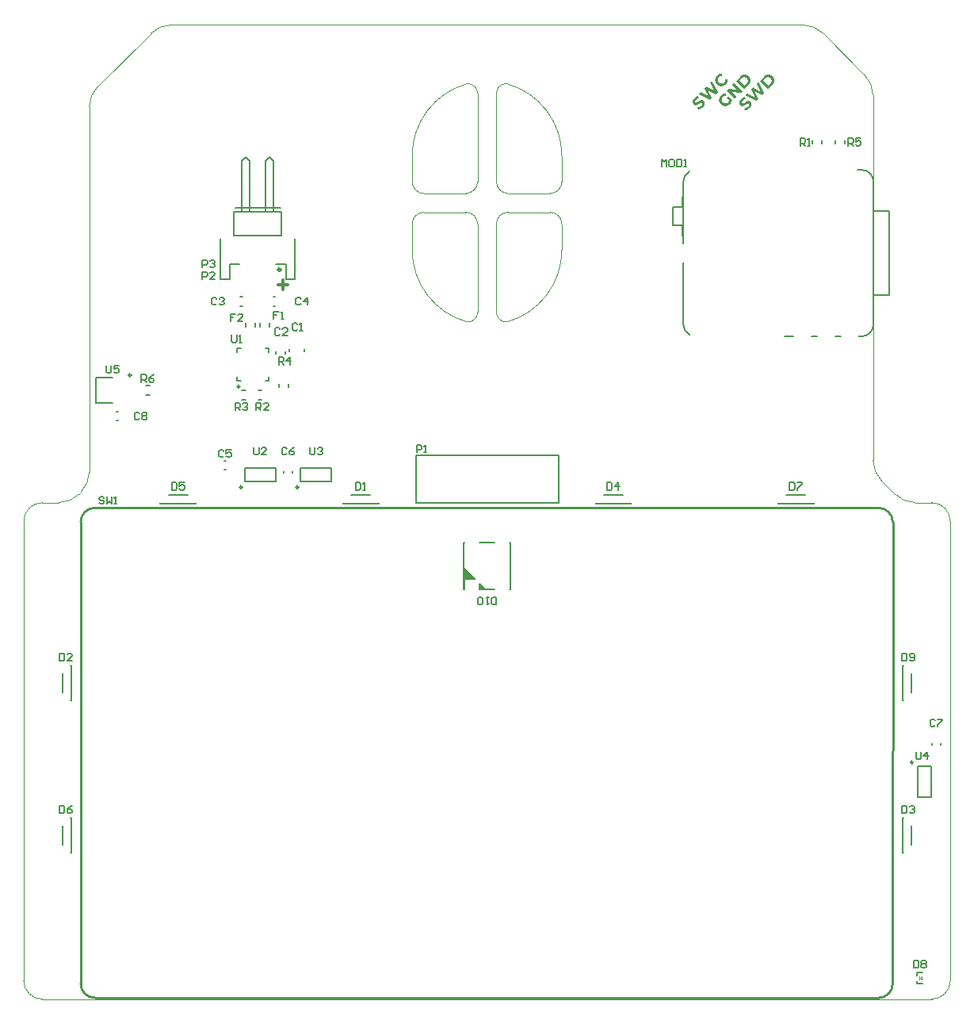
<source format=gto>
G04*
G04 #@! TF.GenerationSoftware,Altium Limited,Altium Designer,24.2.2 (26)*
G04*
G04 Layer_Color=65535*
%FSLAX25Y25*%
%MOIN*%
G70*
G04*
G04 #@! TF.SameCoordinates,414444BF-B964-4898-950E-571982E1B149*
G04*
G04*
G04 #@! TF.FilePolarity,Positive*
G04*
G01*
G75*
%ADD10C,0.01181*%
%ADD11C,0.00984*%
%ADD12C,0.01000*%
%ADD13C,0.00787*%
%ADD14C,0.00787*%
%ADD15C,0.00591*%
%ADD16C,0.00394*%
G36*
X-5118Y-20276D02*
X-9843Y-15551D01*
Y-20276D01*
X-5118D01*
D02*
G37*
G36*
X-3150Y-22244D02*
Y-24606D01*
X-787D01*
X-3150Y-22244D01*
D02*
G37*
G36*
X108551Y191675D02*
X108669Y191666D01*
X108789Y191649D01*
X108911Y191624D01*
X108917D01*
X108940Y191614D01*
X108972Y191608D01*
X109020Y191592D01*
X109078Y191572D01*
X109142Y191546D01*
X109216Y191518D01*
X109297Y191482D01*
X109384Y191440D01*
X109477Y191392D01*
X109574Y191334D01*
X109673Y191273D01*
X109776Y191202D01*
X109879Y191125D01*
X109979Y191038D01*
X110079Y190945D01*
X110085Y190938D01*
X110101Y190922D01*
X110130Y190893D01*
X110166Y190852D01*
X110207Y190803D01*
X110256Y190742D01*
X110307Y190678D01*
X110365Y190601D01*
X110423Y190517D01*
X110478Y190424D01*
X110536Y190327D01*
X110590Y190227D01*
X110642Y190118D01*
X110690Y190005D01*
X110729Y189890D01*
X110764Y189770D01*
Y189764D01*
X110767Y189742D01*
X110777Y189706D01*
X110783Y189661D01*
X110793Y189600D01*
X110799Y189536D01*
X110809Y189455D01*
X110812Y189368D01*
X110816Y189275D01*
Y189172D01*
X110809Y189063D01*
X110796Y188953D01*
X110783Y188838D01*
X110761Y188718D01*
X110732Y188593D01*
X110693Y188471D01*
X110690Y188461D01*
X110684Y188442D01*
X110668Y188406D01*
X110651Y188358D01*
X110626Y188300D01*
X110590Y188233D01*
X110555Y188152D01*
X110510Y188069D01*
X110458Y187978D01*
X110400Y187882D01*
X110336Y187779D01*
X110262Y187673D01*
X110185Y187563D01*
X110095Y187454D01*
X109998Y187345D01*
X109895Y187235D01*
X108293Y185633D01*
X104767Y189159D01*
X106424Y190816D01*
X106469Y190855D01*
X106524Y190903D01*
X106588Y190954D01*
X106659Y191012D01*
X106742Y191077D01*
X106829Y191144D01*
X106926Y191209D01*
X107026Y191276D01*
X107135Y191341D01*
X107247Y191402D01*
X107363Y191460D01*
X107486Y191511D01*
X107608Y191556D01*
X107617Y191559D01*
X107637Y191566D01*
X107672Y191576D01*
X107724Y191588D01*
X107782Y191601D01*
X107849Y191617D01*
X107930Y191633D01*
X108016Y191649D01*
X108113Y191662D01*
X108216Y191669D01*
X108322Y191678D01*
X108438D01*
X108551Y191675D01*
D02*
G37*
G36*
X107460Y184800D02*
X106791Y184131D01*
X102891Y184510D01*
X105031Y182371D01*
X104223Y181563D01*
X100697Y185089D01*
X101373Y185765D01*
X105269Y185376D01*
X103126Y187518D01*
X103934Y188326D01*
X107460Y184800D01*
D02*
G37*
G36*
X100559Y183851D02*
X100517Y182844D01*
X100485D01*
X100443Y182840D01*
X100388Y182837D01*
X100321Y182834D01*
X100243Y182821D01*
X100160Y182808D01*
X100063Y182789D01*
X99963Y182760D01*
X99861Y182728D01*
X99748Y182686D01*
X99638Y182634D01*
X99529Y182577D01*
X99420Y182506D01*
X99313Y182425D01*
X99211Y182329D01*
X99178Y182297D01*
X99156Y182268D01*
X99127Y182239D01*
X99095Y182200D01*
X99063Y182155D01*
X99024Y182110D01*
X98950Y181998D01*
X98876Y181872D01*
X98805Y181737D01*
X98776Y181663D01*
X98751Y181586D01*
X98747Y181582D01*
X98744Y181566D01*
X98738Y181547D01*
X98734Y181518D01*
X98725Y181483D01*
X98718Y181438D01*
X98702Y181338D01*
X98693Y181212D01*
Y181077D01*
X98709Y180932D01*
X98738Y180781D01*
X98741Y180778D01*
X98744Y180762D01*
X98751Y180743D01*
X98760Y180714D01*
X98776Y180678D01*
X98792Y180637D01*
X98812Y180591D01*
X98837Y180540D01*
X98863Y180482D01*
X98895Y180424D01*
X98931Y180363D01*
X98972Y180302D01*
X99069Y180173D01*
X99124Y180112D01*
X99182Y180048D01*
X99185Y180044D01*
X99198Y180032D01*
X99214Y180016D01*
X99239Y179996D01*
X99269Y179967D01*
X99304Y179938D01*
X99349Y179906D01*
X99397Y179871D01*
X99503Y179797D01*
X99629Y179723D01*
X99764Y179658D01*
X99838Y179630D01*
X99912Y179607D01*
X99918D01*
X99928Y179604D01*
X99954Y179597D01*
X99980Y179591D01*
X100018Y179585D01*
X100063Y179578D01*
X100166Y179565D01*
X100288Y179559D01*
X100424Y179565D01*
X100572Y179578D01*
X100723Y179613D01*
X100726Y179617D01*
X100742Y179620D01*
X100761Y179626D01*
X100790Y179636D01*
X100826Y179652D01*
X100867Y179668D01*
X100916Y179691D01*
X100964Y179713D01*
X101019Y179742D01*
X101080Y179778D01*
X101141Y179813D01*
X101202Y179855D01*
X101331Y179951D01*
X101392Y180006D01*
X101456Y180064D01*
X101492Y180099D01*
X101514Y180128D01*
X101543Y180157D01*
X101572Y180199D01*
X101611Y180244D01*
X101649Y180296D01*
X101691Y180350D01*
X101726Y180411D01*
X101810Y180546D01*
X101881Y180694D01*
X101910Y180768D01*
X101939Y180849D01*
X100906Y181882D01*
X101653Y182628D01*
X103084Y181196D01*
Y181190D01*
X103081Y181174D01*
X103075Y181148D01*
X103068Y181109D01*
X103062Y181064D01*
X103049Y181013D01*
X103033Y180952D01*
X103017Y180884D01*
X102994Y180810D01*
X102972Y180730D01*
X102943Y180649D01*
X102914Y180562D01*
X102878Y180476D01*
X102840Y180386D01*
X102750Y180199D01*
X102746Y180196D01*
X102737Y180180D01*
X102721Y180151D01*
X102701Y180119D01*
X102676Y180073D01*
X102647Y180025D01*
X102608Y179967D01*
X102569Y179909D01*
X102524Y179839D01*
X102476Y179771D01*
X102421Y179697D01*
X102364Y179626D01*
X102238Y179475D01*
X102103Y179327D01*
X102077Y179301D01*
X102045Y179276D01*
X102006Y179237D01*
X101955Y179192D01*
X101894Y179144D01*
X101823Y179086D01*
X101746Y179028D01*
X101656Y178963D01*
X101562Y178902D01*
X101463Y178835D01*
X101356Y178774D01*
X101244Y178719D01*
X101128Y178661D01*
X101009Y178613D01*
X100884Y178571D01*
X100874Y178568D01*
X100855Y178561D01*
X100816Y178555D01*
X100771Y178542D01*
X100707Y178529D01*
X100636Y178516D01*
X100555Y178500D01*
X100465Y178487D01*
X100366Y178478D01*
X100263Y178471D01*
X100153Y178465D01*
X100037D01*
X99918Y178474D01*
X99799Y178484D01*
X99671Y178503D01*
X99548Y178529D01*
X99539Y178532D01*
X99519Y178539D01*
X99484Y178549D01*
X99436Y178565D01*
X99378Y178584D01*
X99310Y178613D01*
X99233Y178645D01*
X99153Y178680D01*
X99059Y178722D01*
X98963Y178774D01*
X98866Y178832D01*
X98767Y178893D01*
X98664Y178963D01*
X98558Y179044D01*
X98458Y179131D01*
X98358Y179224D01*
X98352Y179230D01*
X98335Y179247D01*
X98310Y179279D01*
X98274Y179314D01*
X98229Y179366D01*
X98184Y179424D01*
X98129Y179491D01*
X98078Y179568D01*
X98020Y179652D01*
X97962Y179742D01*
X97904Y179839D01*
X97850Y179945D01*
X97795Y180051D01*
X97750Y180167D01*
X97702Y180286D01*
X97670Y180408D01*
X97666Y180418D01*
X97663Y180440D01*
X97653Y180476D01*
X97647Y180521D01*
X97637Y180582D01*
X97628Y180656D01*
X97618Y180736D01*
X97612Y180826D01*
X97608Y180926D01*
Y181029D01*
Y181138D01*
X97618Y181257D01*
X97628Y181377D01*
X97647Y181499D01*
X97676Y181624D01*
X97711Y181750D01*
X97715Y181759D01*
X97721Y181779D01*
X97734Y181817D01*
X97753Y181862D01*
X97776Y181923D01*
X97808Y181994D01*
X97843Y182075D01*
X97885Y182162D01*
X97936Y182252D01*
X97988Y182348D01*
X98052Y182451D01*
X98120Y182557D01*
X98200Y182663D01*
X98281Y182770D01*
X98374Y182876D01*
X98474Y182982D01*
X98519Y183027D01*
X98558Y183059D01*
X98596Y183098D01*
X98651Y183140D01*
X98709Y183191D01*
X98773Y183243D01*
X98847Y183297D01*
X98924Y183355D01*
X99095Y183468D01*
X99182Y183522D01*
X99278Y183574D01*
X99375Y183625D01*
X99474Y183667D01*
X99481D01*
X99497Y183677D01*
X99526Y183687D01*
X99568Y183703D01*
X99616Y183719D01*
X99671Y183735D01*
X99735Y183754D01*
X99809Y183777D01*
X99889Y183793D01*
X99973Y183812D01*
X100063Y183825D01*
X100156Y183841D01*
X100253Y183847D01*
X100356Y183854D01*
X100456Y183857D01*
X100559Y183851D01*
D02*
G37*
G36*
X118547Y191672D02*
X118666Y191662D01*
X118785Y191646D01*
X118908Y191621D01*
X118914D01*
X118937Y191611D01*
X118969Y191604D01*
X119017Y191588D01*
X119075Y191569D01*
X119139Y191543D01*
X119213Y191514D01*
X119294Y191479D01*
X119381Y191437D01*
X119474Y191389D01*
X119570Y191331D01*
X119670Y191270D01*
X119773Y191199D01*
X119876Y191122D01*
X119976Y191035D01*
X120076Y190942D01*
X120082Y190935D01*
X120098Y190919D01*
X120127Y190890D01*
X120162Y190848D01*
X120204Y190800D01*
X120253Y190739D01*
X120304Y190675D01*
X120362Y190597D01*
X120420Y190514D01*
X120475Y190420D01*
X120532Y190324D01*
X120587Y190224D01*
X120639Y190115D01*
X120687Y190002D01*
X120725Y189886D01*
X120761Y189767D01*
Y189761D01*
X120764Y189738D01*
X120774Y189703D01*
X120780Y189658D01*
X120790Y189597D01*
X120796Y189532D01*
X120806Y189452D01*
X120809Y189365D01*
X120812Y189272D01*
Y189169D01*
X120806Y189059D01*
X120793Y188950D01*
X120780Y188834D01*
X120758Y188715D01*
X120729Y188590D01*
X120690Y188468D01*
X120687Y188458D01*
X120680Y188439D01*
X120664Y188403D01*
X120648Y188355D01*
X120623Y188297D01*
X120587Y188229D01*
X120552Y188149D01*
X120507Y188065D01*
X120455Y187975D01*
X120397Y187879D01*
X120333Y187776D01*
X120259Y187670D01*
X120182Y187560D01*
X120092Y187451D01*
X119995Y187341D01*
X119892Y187232D01*
X118290Y185630D01*
X114764Y189156D01*
X116421Y190813D01*
X116466Y190852D01*
X116520Y190900D01*
X116585Y190951D01*
X116656Y191009D01*
X116739Y191074D01*
X116826Y191141D01*
X116922Y191206D01*
X117022Y191273D01*
X117132Y191337D01*
X117244Y191399D01*
X117360Y191456D01*
X117482Y191508D01*
X117605Y191553D01*
X117614Y191556D01*
X117634Y191563D01*
X117669Y191572D01*
X117720Y191585D01*
X117778Y191598D01*
X117846Y191614D01*
X117926Y191630D01*
X118013Y191646D01*
X118110Y191659D01*
X118213Y191666D01*
X118319Y191675D01*
X118435D01*
X118547Y191672D01*
D02*
G37*
G36*
X116610Y183950D02*
X115732Y183072D01*
X112569Y184684D01*
X114156Y181496D01*
X113284Y180624D01*
X108599Y182992D01*
X109445Y183838D01*
X112721Y182152D01*
X111073Y185466D01*
X111829Y186222D01*
X115134Y184526D01*
X113458Y187850D01*
X114236Y188628D01*
X116610Y183950D01*
D02*
G37*
G36*
X108815Y181463D02*
X108805Y181460D01*
X108779Y181454D01*
X108741Y181441D01*
X108689Y181422D01*
X108622Y181399D01*
X108548Y181370D01*
X108464Y181338D01*
X108374Y181299D01*
X108274Y181251D01*
X108175Y181203D01*
X108072Y181145D01*
X107966Y181084D01*
X107859Y181010D01*
X107760Y180936D01*
X107657Y180852D01*
X107563Y180765D01*
X107531Y180733D01*
X107512Y180707D01*
X107483Y180678D01*
X107451Y180640D01*
X107419Y180601D01*
X107383Y180559D01*
X107316Y180460D01*
X107251Y180357D01*
X107196Y180251D01*
X107180Y180196D01*
X107168Y180144D01*
X107164Y180141D01*
X107168Y180131D01*
X107161Y180099D01*
Y180048D01*
X107164Y179987D01*
X107174Y179913D01*
X107196Y179839D01*
X107235Y179761D01*
X107264Y179726D01*
X107293Y179691D01*
X107296Y179687D01*
X107299Y179684D01*
X107309Y179674D01*
X107325Y179665D01*
X107364Y179639D01*
X107419Y179610D01*
X107486Y179588D01*
X107525Y179581D01*
X107566Y179578D01*
X107612D01*
X107657Y179585D01*
X107705Y179594D01*
X107756Y179607D01*
X107760Y179610D01*
X107769Y179613D01*
X107785Y179617D01*
X107808Y179626D01*
X107834Y179639D01*
X107869Y179655D01*
X107908Y179674D01*
X107956Y179697D01*
X108004Y179720D01*
X108062Y179752D01*
X108120Y179784D01*
X108187Y179819D01*
X108258Y179864D01*
X108335Y179909D01*
X108416Y179958D01*
X108503Y180012D01*
X108506Y180016D01*
X108525Y180028D01*
X108551Y180041D01*
X108586Y180064D01*
X108632Y180090D01*
X108680Y180119D01*
X108738Y180151D01*
X108799Y180186D01*
X108931Y180260D01*
X109075Y180341D01*
X109220Y180414D01*
X109288Y180450D01*
X109355Y180479D01*
X109359Y180482D01*
X109371Y180489D01*
X109391Y180495D01*
X109416Y180501D01*
X109449Y180514D01*
X109487Y180527D01*
X109581Y180556D01*
X109693Y180585D01*
X109819Y180608D01*
X109954Y180620D01*
X110099Y180617D01*
X110118D01*
X110137Y180611D01*
X110166Y180608D01*
X110198Y180601D01*
X110240Y180591D01*
X110288Y180582D01*
X110340Y180562D01*
X110391Y180543D01*
X110452Y180521D01*
X110517Y180489D01*
X110578Y180453D01*
X110645Y180411D01*
X110710Y180366D01*
X110774Y180308D01*
X110842Y180247D01*
X110845Y180244D01*
X110855Y180234D01*
X110871Y180218D01*
X110890Y180192D01*
X110913Y180164D01*
X110942Y180128D01*
X110974Y180090D01*
X111003Y180041D01*
X111067Y179938D01*
X111131Y179816D01*
X111160Y179748D01*
X111186Y179678D01*
X111205Y179601D01*
X111225Y179523D01*
Y179517D01*
X111228Y179507D01*
X111231Y179485D01*
X111234Y179449D01*
X111238Y179414D01*
X111241Y179366D01*
Y179314D01*
Y179256D01*
X111238Y179189D01*
X111234Y179121D01*
X111225Y179047D01*
X111212Y178970D01*
X111196Y178890D01*
X111173Y178803D01*
X111144Y178716D01*
X111112Y178626D01*
X111109Y178622D01*
X111102Y178603D01*
X111090Y178577D01*
X111073Y178542D01*
X111051Y178500D01*
X111025Y178449D01*
X110993Y178391D01*
X110954Y178326D01*
X110913Y178252D01*
X110864Y178179D01*
X110810Y178098D01*
X110745Y178014D01*
X110678Y177927D01*
X110604Y177841D01*
X110523Y177754D01*
X110436Y177661D01*
X110395Y177619D01*
X110362Y177593D01*
X110324Y177554D01*
X110275Y177513D01*
X110224Y177468D01*
X110166Y177416D01*
X110099Y177361D01*
X110028Y177303D01*
X109954Y177249D01*
X109873Y177188D01*
X109700Y177072D01*
X109516Y176959D01*
X109513Y176956D01*
X109494Y176950D01*
X109465Y176933D01*
X109433Y176914D01*
X109388Y176895D01*
X109336Y176869D01*
X109278Y176843D01*
X109211Y176814D01*
X109069Y176756D01*
X108915Y176705D01*
X108754Y176660D01*
X108670Y176641D01*
X108593Y176628D01*
X108255Y177519D01*
X108262D01*
X108271Y177522D01*
X108294Y177525D01*
X108326Y177532D01*
X108358Y177538D01*
X108403Y177551D01*
X108451Y177561D01*
X108506Y177577D01*
X108564Y177590D01*
X108625Y177612D01*
X108693Y177635D01*
X108763Y177661D01*
X108911Y177718D01*
X109066Y177789D01*
X109069Y177792D01*
X109082Y177799D01*
X109108Y177812D01*
X109137Y177828D01*
X109169Y177847D01*
X109214Y177873D01*
X109262Y177902D01*
X109310Y177937D01*
X109365Y177973D01*
X109423Y178011D01*
X109545Y178101D01*
X109671Y178201D01*
X109790Y178314D01*
X109822Y178346D01*
X109844Y178375D01*
X109873Y178404D01*
X109902Y178439D01*
X109934Y178478D01*
X109973Y178523D01*
X110044Y178619D01*
X110108Y178722D01*
X110166Y178825D01*
X110189Y178880D01*
X110202Y178931D01*
X110205Y178935D01*
X110202Y178944D01*
X110208Y178976D01*
X110211Y179025D01*
Y179089D01*
X110202Y179163D01*
X110182Y179234D01*
X110147Y179308D01*
X110121Y179340D01*
X110092Y179375D01*
X110086Y179382D01*
X110070Y179398D01*
X110041Y179414D01*
X110005Y179437D01*
X109960Y179456D01*
X109909Y179475D01*
X109848Y179485D01*
X109777D01*
X109754Y179481D01*
X109716Y179475D01*
X109667Y179465D01*
X109613Y179449D01*
X109545Y179427D01*
X109474Y179401D01*
X109400Y179366D01*
X109397Y179362D01*
X109391D01*
X109378Y179356D01*
X109362Y179346D01*
X109343Y179333D01*
X109320Y179324D01*
X109259Y179288D01*
X109178Y179247D01*
X109088Y179195D01*
X108989Y179134D01*
X108873Y179063D01*
X108870Y179060D01*
X108850Y179047D01*
X108825Y179034D01*
X108789Y179012D01*
X108744Y178986D01*
X108696Y178957D01*
X108641Y178922D01*
X108580Y178886D01*
X108445Y178809D01*
X108303Y178732D01*
X108159Y178658D01*
X108091Y178622D01*
X108020Y178590D01*
X108017Y178587D01*
X108007Y178584D01*
X107985Y178574D01*
X107959Y178568D01*
X107927Y178555D01*
X107888Y178542D01*
X107795Y178513D01*
X107686Y178487D01*
X107557Y178468D01*
X107422Y178455D01*
X107267D01*
X107258Y178458D01*
X107235Y178462D01*
X107206Y178465D01*
X107171Y178474D01*
X107129Y178484D01*
X107084Y178497D01*
X107032Y178516D01*
X106974Y178536D01*
X106917Y178561D01*
X106855Y178590D01*
X106791Y178629D01*
X106724Y178671D01*
X106656Y178719D01*
X106592Y178777D01*
X106524Y178838D01*
X106521Y178841D01*
X106511Y178851D01*
X106495Y178867D01*
X106476Y178893D01*
X106450Y178925D01*
X106424Y178957D01*
X106389Y178999D01*
X106360Y179047D01*
X106296Y179150D01*
X106228Y179276D01*
X106202Y179340D01*
X106177Y179411D01*
X106154Y179485D01*
X106135Y179562D01*
Y179568D01*
X106132Y179578D01*
X106128Y179607D01*
X106125Y179636D01*
X106122Y179671D01*
X106119Y179720D01*
X106115Y179774D01*
Y179832D01*
X106119Y179893D01*
X106125Y179964D01*
X106132Y180041D01*
X106144Y180119D01*
X106160Y180199D01*
X106180Y180283D01*
X106209Y180369D01*
X106241Y180460D01*
Y180466D01*
X106251Y180482D01*
X106263Y180508D01*
X106280Y180543D01*
X106302Y180585D01*
X106328Y180637D01*
X106360Y180694D01*
X106395Y180762D01*
X106437Y180830D01*
X106489Y180907D01*
X106543Y180987D01*
X106605Y181068D01*
X106672Y181155D01*
X106746Y181241D01*
X106823Y181332D01*
X106971Y181480D01*
X107003Y181505D01*
X107042Y181544D01*
X107084Y181579D01*
X107132Y181621D01*
X107184Y181666D01*
X107242Y181711D01*
X107370Y181808D01*
X107509Y181907D01*
X107653Y182001D01*
X107657Y182004D01*
X107673Y182014D01*
X107695Y182023D01*
X107724Y182039D01*
X107760Y182062D01*
X107801Y182084D01*
X107850Y182107D01*
X107904Y182136D01*
X108027Y182187D01*
X108162Y182245D01*
X108303Y182297D01*
X108451Y182335D01*
X108815Y181463D01*
D02*
G37*
G36*
X98879Y192139D02*
X98837Y191131D01*
X98830D01*
X98801Y191135D01*
X98763D01*
X98708Y191131D01*
X98641Y191128D01*
X98563Y191122D01*
X98480Y191109D01*
X98386Y191093D01*
X98287Y191070D01*
X98181Y191041D01*
X98074Y191000D01*
X97965Y190954D01*
X97856Y190897D01*
X97743Y190829D01*
X97637Y190749D01*
X97537Y190655D01*
X97505Y190623D01*
X97486Y190597D01*
X97457Y190568D01*
X97428Y190533D01*
X97395Y190488D01*
X97360Y190440D01*
X97286Y190334D01*
X97212Y190208D01*
X97148Y190073D01*
X97119Y189999D01*
X97096Y189925D01*
X97093Y189922D01*
Y189909D01*
X97087Y189883D01*
X97080Y189857D01*
X97074Y189819D01*
X97067Y189780D01*
X97054Y189677D01*
X97048Y189555D01*
Y189420D01*
X97064Y189275D01*
X97096Y189127D01*
X97100Y189124D01*
X97103Y189108D01*
X97109Y189088D01*
X97119Y189059D01*
X97135Y189024D01*
X97151Y188982D01*
X97170Y188937D01*
X97196Y188886D01*
X97219Y188831D01*
X97251Y188773D01*
X97286Y188712D01*
X97328Y188651D01*
X97421Y188525D01*
X97476Y188464D01*
X97534Y188400D01*
X97537Y188397D01*
X97550Y188384D01*
X97566Y188368D01*
X97592Y188348D01*
X97621Y188320D01*
X97656Y188291D01*
X97701Y188258D01*
X97749Y188223D01*
X97856Y188149D01*
X97981Y188075D01*
X98116Y188011D01*
X98190Y187982D01*
X98264Y187959D01*
X98271D01*
X98280Y187956D01*
X98306Y187950D01*
X98332Y187943D01*
X98370Y187937D01*
X98412Y187927D01*
X98515Y187914D01*
X98637Y187908D01*
X98769Y187911D01*
X98917Y187924D01*
X99065Y187956D01*
X99068Y187959D01*
X99085Y187962D01*
X99104Y187969D01*
X99133Y187978D01*
X99168Y187995D01*
X99210Y188011D01*
X99255Y188030D01*
X99307Y188056D01*
X99361Y188085D01*
X99419Y188117D01*
X99480Y188152D01*
X99541Y188194D01*
X99667Y188287D01*
X99728Y188342D01*
X99792Y188400D01*
X99815Y188423D01*
X99841Y188455D01*
X99876Y188496D01*
X99915Y188548D01*
X99957Y188609D01*
X100002Y188680D01*
X100050Y188760D01*
X100098Y188854D01*
X100140Y188953D01*
X100182Y189059D01*
X100214Y189175D01*
X100240Y189298D01*
X100259Y189426D01*
X100269Y189565D01*
X100262Y189706D01*
X101272Y189745D01*
Y189738D01*
Y189719D01*
X101276Y189690D01*
X101279Y189648D01*
Y189597D01*
Y189539D01*
X101276Y189471D01*
X101272Y189397D01*
X101266Y189320D01*
X101256Y189233D01*
X101243Y189143D01*
X101224Y189047D01*
X101205Y188950D01*
X101179Y188854D01*
X101147Y188751D01*
X101111Y188651D01*
Y188645D01*
X101102Y188628D01*
X101086Y188599D01*
X101073Y188561D01*
X101047Y188516D01*
X101018Y188461D01*
X100986Y188397D01*
X100947Y188332D01*
X100902Y188255D01*
X100854Y188181D01*
X100799Y188094D01*
X100738Y188014D01*
X100671Y187927D01*
X100600Y187837D01*
X100520Y187750D01*
X100439Y187663D01*
X100417Y187641D01*
X100384Y187615D01*
X100346Y187576D01*
X100294Y187531D01*
X100233Y187483D01*
X100166Y187428D01*
X100088Y187370D01*
X100002Y187309D01*
X99908Y187248D01*
X99812Y187184D01*
X99705Y187123D01*
X99590Y187065D01*
X99477Y187010D01*
X99358Y186962D01*
X99233Y186920D01*
X99223Y186917D01*
X99204Y186910D01*
X99165Y186904D01*
X99120Y186891D01*
X99056Y186878D01*
X98985Y186865D01*
X98908Y186852D01*
X98818Y186840D01*
X98718Y186830D01*
X98615Y186823D01*
X98506Y186817D01*
X98390D01*
X98271Y186827D01*
X98152Y186836D01*
X98023Y186856D01*
X97901Y186881D01*
X97891Y186885D01*
X97872Y186891D01*
X97836Y186901D01*
X97788Y186917D01*
X97730Y186936D01*
X97663Y186965D01*
X97585Y186997D01*
X97505Y187033D01*
X97412Y187074D01*
X97315Y187126D01*
X97219Y187184D01*
X97119Y187245D01*
X97016Y187316D01*
X96910Y187396D01*
X96810Y187483D01*
X96710Y187576D01*
X96704Y187583D01*
X96688Y187599D01*
X96662Y187631D01*
X96627Y187666D01*
X96582Y187718D01*
X96536Y187776D01*
X96482Y187843D01*
X96430Y187921D01*
X96372Y188004D01*
X96315Y188094D01*
X96257Y188191D01*
X96202Y188297D01*
X96147Y188403D01*
X96102Y188519D01*
X96054Y188638D01*
X96022Y188760D01*
X96018Y188770D01*
X96015Y188793D01*
X96006Y188828D01*
X95999Y188873D01*
X95990Y188934D01*
X95980Y189008D01*
X95970Y189088D01*
X95964Y189179D01*
X95957Y189275D01*
Y189378D01*
X95961Y189491D01*
X95967Y189606D01*
X95977Y189725D01*
X95996Y189848D01*
X96022Y189970D01*
X96057Y190095D01*
X96060Y190105D01*
X96067Y190124D01*
X96080Y190163D01*
X96099Y190208D01*
X96121Y190269D01*
X96150Y190337D01*
X96183Y190414D01*
X96224Y190501D01*
X96276Y190591D01*
X96327Y190688D01*
X96389Y190787D01*
X96456Y190893D01*
X96533Y190996D01*
X96614Y191103D01*
X96707Y191209D01*
X96803Y191312D01*
X96848Y191357D01*
X96884Y191386D01*
X96922Y191424D01*
X96977Y191466D01*
X97032Y191514D01*
X97096Y191566D01*
X97170Y191621D01*
X97244Y191675D01*
X97412Y191785D01*
X97505Y191839D01*
X97595Y191891D01*
X97692Y191936D01*
X97791Y191978D01*
X97798D01*
X97814Y191987D01*
X97843Y191997D01*
X97881Y192010D01*
X97930Y192026D01*
X97991Y192042D01*
X98052Y192058D01*
X98126Y192074D01*
X98203Y192094D01*
X98290Y192110D01*
X98380Y192122D01*
X98473Y192132D01*
X98573Y192142D01*
X98673Y192145D01*
X98776D01*
X98879Y192139D01*
D02*
G37*
G36*
X97013Y184353D02*
X96134Y183474D01*
X92972Y185086D01*
X94558Y181898D01*
X93686Y181026D01*
X89002Y183394D01*
X89848Y184240D01*
X93123Y182554D01*
X91476Y185868D01*
X92232Y186624D01*
X95536Y184929D01*
X93860Y188252D01*
X94638Y189031D01*
X97013Y184353D01*
D02*
G37*
G36*
X89217Y181866D02*
X89207Y181862D01*
X89182Y181856D01*
X89143Y181843D01*
X89091Y181824D01*
X89024Y181801D01*
X88950Y181772D01*
X88866Y181740D01*
X88776Y181702D01*
X88677Y181653D01*
X88577Y181605D01*
X88474Y181547D01*
X88368Y181486D01*
X88261Y181412D01*
X88162Y181338D01*
X88059Y181254D01*
X87966Y181167D01*
X87933Y181135D01*
X87914Y181109D01*
X87885Y181080D01*
X87853Y181042D01*
X87821Y181003D01*
X87785Y180962D01*
X87718Y180862D01*
X87653Y180759D01*
X87599Y180653D01*
X87583Y180598D01*
X87570Y180546D01*
X87567Y180543D01*
X87570Y180534D01*
X87563Y180501D01*
Y180450D01*
X87567Y180389D01*
X87576Y180315D01*
X87599Y180241D01*
X87637Y180164D01*
X87666Y180128D01*
X87695Y180093D01*
X87698Y180090D01*
X87702Y180086D01*
X87711Y180077D01*
X87727Y180067D01*
X87766Y180041D01*
X87821Y180012D01*
X87888Y179990D01*
X87927Y179983D01*
X87969Y179980D01*
X88014D01*
X88059Y179987D01*
X88107Y179996D01*
X88159Y180009D01*
X88162Y180012D01*
X88171Y180016D01*
X88187Y180019D01*
X88210Y180028D01*
X88236Y180041D01*
X88271Y180057D01*
X88310Y180077D01*
X88358Y180099D01*
X88406Y180122D01*
X88464Y180154D01*
X88522Y180186D01*
X88590Y180221D01*
X88660Y180266D01*
X88738Y180312D01*
X88818Y180360D01*
X88905Y180414D01*
X88908Y180418D01*
X88928Y180431D01*
X88953Y180444D01*
X88989Y180466D01*
X89034Y180492D01*
X89082Y180521D01*
X89140Y180553D01*
X89201Y180588D01*
X89333Y180662D01*
X89478Y180743D01*
X89622Y180817D01*
X89690Y180852D01*
X89758Y180881D01*
X89761Y180884D01*
X89774Y180891D01*
X89793Y180897D01*
X89819Y180904D01*
X89851Y180917D01*
X89889Y180929D01*
X89983Y180958D01*
X90095Y180987D01*
X90221Y181010D01*
X90356Y181023D01*
X90501Y181019D01*
X90520D01*
X90539Y181013D01*
X90568Y181010D01*
X90601Y181003D01*
X90642Y180994D01*
X90691Y180984D01*
X90742Y180965D01*
X90794Y180945D01*
X90855Y180923D01*
X90919Y180891D01*
X90980Y180855D01*
X91048Y180814D01*
X91112Y180769D01*
X91176Y180710D01*
X91244Y180649D01*
X91247Y180646D01*
X91257Y180637D01*
X91273Y180621D01*
X91292Y180595D01*
X91315Y180566D01*
X91344Y180530D01*
X91376Y180492D01*
X91405Y180444D01*
X91469Y180341D01*
X91533Y180218D01*
X91562Y180151D01*
X91588Y180080D01*
X91607Y180003D01*
X91627Y179926D01*
Y179919D01*
X91630Y179909D01*
X91633Y179887D01*
X91637Y179851D01*
X91640Y179816D01*
X91643Y179768D01*
Y179716D01*
Y179658D01*
X91640Y179591D01*
X91637Y179523D01*
X91627Y179449D01*
X91614Y179372D01*
X91598Y179292D01*
X91575Y179205D01*
X91546Y179118D01*
X91514Y179028D01*
X91511Y179025D01*
X91505Y179005D01*
X91492Y178980D01*
X91476Y178944D01*
X91453Y178902D01*
X91427Y178851D01*
X91395Y178793D01*
X91357Y178729D01*
X91315Y178655D01*
X91267Y178581D01*
X91212Y178500D01*
X91147Y178417D01*
X91080Y178330D01*
X91006Y178243D01*
X90925Y178156D01*
X90839Y178063D01*
X90797Y178021D01*
X90765Y177995D01*
X90726Y177956D01*
X90678Y177915D01*
X90626Y177870D01*
X90568Y177818D01*
X90501Y177763D01*
X90430Y177706D01*
X90356Y177651D01*
X90276Y177590D01*
X90102Y177474D01*
X89918Y177361D01*
X89915Y177358D01*
X89896Y177352D01*
X89867Y177336D01*
X89835Y177316D01*
X89790Y177297D01*
X89738Y177271D01*
X89680Y177245D01*
X89613Y177216D01*
X89471Y177159D01*
X89317Y177107D01*
X89156Y177062D01*
X89072Y177043D01*
X88995Y177030D01*
X88657Y177921D01*
X88664D01*
X88673Y177924D01*
X88696Y177927D01*
X88728Y177934D01*
X88760Y177940D01*
X88805Y177953D01*
X88854Y177963D01*
X88908Y177979D01*
X88966Y177992D01*
X89027Y178014D01*
X89095Y178037D01*
X89166Y178063D01*
X89314Y178121D01*
X89468Y178191D01*
X89471Y178195D01*
X89484Y178201D01*
X89510Y178214D01*
X89539Y178230D01*
X89571Y178249D01*
X89616Y178275D01*
X89664Y178304D01*
X89713Y178339D01*
X89767Y178375D01*
X89825Y178413D01*
X89947Y178503D01*
X90073Y178603D01*
X90192Y178716D01*
X90224Y178748D01*
X90247Y178777D01*
X90276Y178806D01*
X90304Y178841D01*
X90337Y178880D01*
X90375Y178925D01*
X90446Y179021D01*
X90510Y179124D01*
X90568Y179227D01*
X90591Y179282D01*
X90604Y179333D01*
X90607Y179337D01*
X90604Y179346D01*
X90610Y179379D01*
X90613Y179427D01*
Y179491D01*
X90604Y179565D01*
X90584Y179636D01*
X90549Y179710D01*
X90523Y179742D01*
X90494Y179778D01*
X90488Y179784D01*
X90472Y179800D01*
X90443Y179816D01*
X90407Y179839D01*
X90362Y179858D01*
X90311Y179877D01*
X90250Y179887D01*
X90179D01*
X90157Y179884D01*
X90118Y179877D01*
X90070Y179868D01*
X90015Y179851D01*
X89947Y179829D01*
X89877Y179803D01*
X89803Y179768D01*
X89799Y179765D01*
X89793D01*
X89780Y179758D01*
X89764Y179749D01*
X89745Y179736D01*
X89722Y179726D01*
X89661Y179691D01*
X89581Y179649D01*
X89490Y179597D01*
X89391Y179536D01*
X89275Y179465D01*
X89272Y179462D01*
X89252Y179449D01*
X89227Y179437D01*
X89191Y179414D01*
X89146Y179388D01*
X89098Y179359D01*
X89043Y179324D01*
X88982Y179288D01*
X88847Y179211D01*
X88705Y179134D01*
X88561Y179060D01*
X88493Y179025D01*
X88422Y178992D01*
X88419Y178989D01*
X88410Y178986D01*
X88387Y178976D01*
X88361Y178970D01*
X88329Y178957D01*
X88290Y178944D01*
X88197Y178915D01*
X88088Y178890D01*
X87959Y178870D01*
X87824Y178857D01*
X87669D01*
X87660Y178861D01*
X87637Y178864D01*
X87608Y178867D01*
X87573Y178877D01*
X87531Y178886D01*
X87486Y178899D01*
X87435Y178919D01*
X87377Y178938D01*
X87319Y178963D01*
X87258Y178992D01*
X87193Y179031D01*
X87126Y179073D01*
X87058Y179121D01*
X86994Y179179D01*
X86926Y179240D01*
X86923Y179243D01*
X86913Y179253D01*
X86897Y179269D01*
X86878Y179295D01*
X86852Y179327D01*
X86826Y179359D01*
X86791Y179401D01*
X86762Y179449D01*
X86698Y179552D01*
X86630Y179678D01*
X86604Y179742D01*
X86579Y179813D01*
X86556Y179887D01*
X86537Y179964D01*
Y179971D01*
X86534Y179980D01*
X86531Y180009D01*
X86527Y180038D01*
X86524Y180073D01*
X86521Y180122D01*
X86518Y180176D01*
Y180234D01*
X86521Y180296D01*
X86527Y180366D01*
X86534Y180444D01*
X86547Y180521D01*
X86563Y180601D01*
X86582Y180685D01*
X86611Y180772D01*
X86643Y180862D01*
Y180868D01*
X86653Y180884D01*
X86666Y180910D01*
X86682Y180945D01*
X86704Y180987D01*
X86730Y181039D01*
X86762Y181097D01*
X86798Y181164D01*
X86839Y181232D01*
X86891Y181309D01*
X86946Y181389D01*
X87007Y181470D01*
X87074Y181557D01*
X87148Y181644D01*
X87226Y181734D01*
X87374Y181882D01*
X87406Y181907D01*
X87444Y181946D01*
X87486Y181981D01*
X87534Y182023D01*
X87586Y182068D01*
X87644Y182113D01*
X87772Y182210D01*
X87911Y182309D01*
X88056Y182403D01*
X88059Y182406D01*
X88075Y182416D01*
X88097Y182425D01*
X88126Y182441D01*
X88162Y182464D01*
X88204Y182486D01*
X88252Y182509D01*
X88306Y182538D01*
X88429Y182589D01*
X88564Y182647D01*
X88705Y182699D01*
X88854Y182738D01*
X89217Y181866D01*
D02*
G37*
%LPC*%
G36*
X108142Y190597D02*
X108116D01*
X108081Y190594D01*
X108039Y190585D01*
X107984Y190575D01*
X107920Y190562D01*
X107849Y190543D01*
X107772Y190523D01*
X107685Y190495D01*
X107595Y190456D01*
X107498Y190411D01*
X107402Y190359D01*
X107302Y190298D01*
X107202Y190224D01*
X107103Y190144D01*
X107003Y190050D01*
X106256Y189304D01*
X108441Y187119D01*
X109210Y187888D01*
X109236Y187921D01*
X109271Y187956D01*
X109310Y188007D01*
X109355Y188065D01*
X109403Y188133D01*
X109455Y188204D01*
X109506Y188287D01*
X109554Y188374D01*
X109599Y188471D01*
X109644Y188567D01*
X109677Y188670D01*
X109709Y188780D01*
X109728Y188889D01*
X109738Y189002D01*
Y189008D01*
Y189027D01*
X109734Y189063D01*
X109731Y189105D01*
X109728Y189159D01*
X109718Y189220D01*
X109702Y189294D01*
X109683Y189372D01*
X109657Y189455D01*
X109628Y189542D01*
X109587Y189635D01*
X109541Y189732D01*
X109484Y189829D01*
X109419Y189925D01*
X109342Y190022D01*
X109252Y190118D01*
X109246Y190124D01*
X109229Y190140D01*
X109200Y190163D01*
X109165Y190199D01*
X109117Y190234D01*
X109062Y190276D01*
X108998Y190321D01*
X108927Y190366D01*
X108846Y190414D01*
X108760Y190456D01*
X108669Y190495D01*
X108573Y190533D01*
X108470Y190559D01*
X108364Y190581D01*
X108255Y190594D01*
X108142Y190597D01*
D02*
G37*
G36*
X118139Y190594D02*
X118113D01*
X118078Y190591D01*
X118036Y190581D01*
X117981Y190572D01*
X117917Y190559D01*
X117846Y190540D01*
X117769Y190520D01*
X117682Y190491D01*
X117592Y190453D01*
X117495Y190408D01*
X117399Y190356D01*
X117299Y190295D01*
X117199Y190221D01*
X117099Y190140D01*
X117000Y190047D01*
X116253Y189301D01*
X118438Y187116D01*
X119207Y187885D01*
X119233Y187917D01*
X119268Y187953D01*
X119307Y188004D01*
X119352Y188062D01*
X119400Y188130D01*
X119451Y188200D01*
X119503Y188284D01*
X119551Y188371D01*
X119596Y188468D01*
X119641Y188564D01*
X119673Y188667D01*
X119705Y188776D01*
X119725Y188886D01*
X119735Y188998D01*
Y189005D01*
Y189024D01*
X119731Y189059D01*
X119728Y189101D01*
X119725Y189156D01*
X119715Y189217D01*
X119699Y189291D01*
X119680Y189368D01*
X119654Y189452D01*
X119625Y189539D01*
X119583Y189632D01*
X119538Y189729D01*
X119480Y189825D01*
X119416Y189922D01*
X119339Y190018D01*
X119249Y190115D01*
X119242Y190121D01*
X119226Y190137D01*
X119197Y190160D01*
X119162Y190195D01*
X119114Y190231D01*
X119059Y190272D01*
X118994Y190317D01*
X118924Y190363D01*
X118843Y190411D01*
X118756Y190453D01*
X118666Y190491D01*
X118570Y190530D01*
X118467Y190556D01*
X118361Y190578D01*
X118251Y190591D01*
X118139Y190594D01*
D02*
G37*
%LPD*%
D10*
X-86845Y109744D02*
G03*
X-86845Y109744I-557J0D01*
G01*
X-87887Y103462D02*
X-83951D01*
X-85919Y105430D02*
Y101494D01*
D11*
X-149705Y65354D02*
G03*
X-149705Y65354I-492J0D01*
G01*
X179232Y-97342D02*
G03*
X179232Y-97342I-492J0D01*
G01*
X-79331Y18307D02*
G03*
X-79331Y18307I-492J0D01*
G01*
X-102953D02*
G03*
X-102953Y18307I-492J0D01*
G01*
X-104035Y60630D02*
G03*
X-104035Y60630I-492J0D01*
G01*
D12*
X164730Y-196300D02*
G03*
X170635Y-190395I0J5906D01*
G01*
X-164995Y9605D02*
G03*
X-170900Y3700I0J-5906D01*
G01*
X170635Y3700D02*
G03*
X164730Y9605I-5906J0D01*
G01*
X-170871Y-190395D02*
G03*
X-164965Y-196300I5906J0D01*
G01*
X-164995Y9605D02*
X164730D01*
X-164965Y-196300D02*
X164730D01*
X170635Y-190395D02*
X170665Y3700D01*
X-170900D02*
X-170871Y-190395D01*
D13*
X85145Y151072D02*
G03*
X82559Y146693I2414J-4378D01*
G01*
Y86693D02*
G03*
X85145Y82314I5000J0D01*
G01*
X162559Y146693D02*
G03*
X157559Y151693I-5000J0D01*
G01*
X157559Y81693D02*
G03*
X162559Y86693I0J5000D01*
G01*
X-93123Y155349D02*
X-91457Y157016D01*
X-101457D02*
X-99790Y155349D01*
X-103123D02*
X-101457Y157016D01*
X-91457D02*
X-89790Y155349D01*
X-106457Y124016D02*
X-86457Y124016D01*
Y134016D01*
X-106457Y124016D02*
X-106457Y134016D01*
X-86457Y134016D01*
X-89790Y134116D02*
Y155349D01*
X-93123Y134016D02*
Y155349D01*
X-99790Y134116D02*
Y155349D01*
X-103123D02*
X-103123Y134116D01*
X-164528Y64272D02*
X-157638D01*
X-164528Y53839D02*
Y64272D01*
Y53839D02*
X-157638Y53839D01*
X-178445Y-68012D02*
Y-59941D01*
X-175098Y-56496D02*
X-174902D01*
Y-71457D02*
Y-56496D01*
X-175098Y-71457D02*
X-174902D01*
X-178445Y-131988D02*
Y-123917D01*
X-175098Y-120473D02*
X-174902D01*
Y-135433D02*
Y-120473D01*
X-175098Y-135433D02*
X-174902D01*
X178445Y-131988D02*
Y-123917D01*
X174902Y-135433D02*
X175098D01*
X174902D02*
Y-120473D01*
X175098D01*
X178445Y-68012D02*
Y-59941D01*
X174902Y-71457D02*
X175098D01*
X174902D02*
Y-56496D01*
X175098D01*
X181299Y-111811D02*
Y-98819D01*
X186811Y-111811D02*
Y-98819D01*
X181299D02*
X186811D01*
X181299Y-111811D02*
X186811D01*
X82228Y123925D02*
X82559Y123925D01*
X82228Y140461D02*
X82559Y140461D01*
X82228Y136130D02*
Y140461D01*
X78291Y136130D02*
X82228D01*
X78291Y128256D02*
Y136130D01*
Y128256D02*
X82228D01*
Y123925D02*
Y128256D01*
X162687Y134291D02*
X169026D01*
X162687Y99094D02*
X169026D01*
X169026Y134291D01*
X82559Y120591D02*
X82559Y146693D01*
X82559Y86693D02*
Y112795D01*
X125157Y81693D02*
X128779D01*
X136417D02*
X138779D01*
X146417D02*
X148779D01*
X155669Y151693D02*
X157559D01*
X156496Y81693D02*
X157559D01*
X162559Y86693D02*
Y146693D01*
X-9449Y-24606D02*
Y-20276D01*
X-9843D02*
X-5118D01*
X-9843Y-15551D02*
X-5118Y-20276D01*
X-3150Y-24409D02*
Y-22244D01*
X-787Y-24606D01*
X-3150Y-4921D02*
X3150D01*
X-3150Y-24606D02*
X3150D01*
X9449Y-4921D02*
X9843D01*
Y-24606D02*
Y-4921D01*
X9449Y-24606D02*
X9843D01*
X-9843D02*
X-9449D01*
X-9843D02*
Y-4921D01*
X-9449D01*
X-133957Y15059D02*
X-125886D01*
X-122441Y11516D02*
Y11713D01*
X-137402Y11516D02*
X-122441D01*
X-137402D02*
X-137401Y11713D01*
X-57185Y15059D02*
X-49114D01*
X-45669Y11516D02*
Y11713D01*
X-60630Y11516D02*
X-45669Y11516D01*
X-60630Y11516D02*
Y11713D01*
X125886Y15059D02*
X133957D01*
X137402Y11516D02*
Y11713D01*
X122441Y11516D02*
X137402D01*
X122441Y11713D02*
X122441Y11516D01*
X49114Y15059D02*
X57185D01*
X60630Y11516D02*
Y11713D01*
X45669Y11516D02*
X60630D01*
X45669D02*
Y11713D01*
X30000Y11654D02*
Y31653D01*
X-30000Y11654D02*
Y31653D01*
X30000D01*
X-30000Y11654D02*
X30000Y11654D01*
X-78346Y20866D02*
X-65354D01*
X-78346Y26378D02*
X-65354D01*
X-78346Y20866D02*
Y26378D01*
X-65354Y20866D02*
Y26378D01*
X-101969Y20866D02*
X-88976Y20866D01*
X-101969Y26378D02*
X-88976D01*
X-101969Y20866D02*
X-101969Y26378D01*
X-88976Y20866D02*
Y26378D01*
X-105118Y63189D02*
X-103543D01*
X-105118D02*
Y64764D01*
Y75000D02*
Y76575D01*
X-103543D01*
X-93307D02*
X-91732D01*
Y75000D02*
Y76575D01*
X-93307Y63189D02*
X-91732D01*
Y64764D01*
D14*
X156496Y81693D02*
D03*
D15*
X-105945Y135768D02*
X-86968Y135768D01*
X-84646Y105847D02*
X-80709Y105847D01*
X-84646Y105847D02*
X-84646Y112146D01*
X-80709Y105847D02*
Y122657D01*
X-88779Y112146D02*
X-84646Y112146D01*
X-108268Y112146D02*
X-104134Y112146D01*
X-112205Y105847D02*
Y122657D01*
X-108268Y105847D02*
Y112146D01*
X-112205Y105847D02*
X-108268Y105847D01*
X-155905Y46260D02*
X-155118D01*
X-155905Y50197D02*
X-155118D01*
X-143504Y61024D02*
X-141929D01*
X-143504Y57087D02*
X-141929D01*
X180905Y-186811D02*
Y-185630D01*
Y-190354D02*
Y-189173D01*
Y-185630D02*
X183268D01*
X180905Y-190354D02*
X183268D01*
X187008Y-89961D02*
Y-89173D01*
X190945Y-89961D02*
Y-89173D01*
X150591Y162598D02*
Y164173D01*
X146653Y162598D02*
Y164173D01*
X140748Y162598D02*
Y164173D01*
X136811Y162598D02*
Y164173D01*
X-81693Y24213D02*
Y25000D01*
X-85630Y24213D02*
Y25000D01*
X-110630Y25591D02*
X-109843D01*
X-110630Y29528D02*
X-109843D01*
X-96260Y59055D02*
X-94685Y59055D01*
X-96260Y55118D02*
X-94685D01*
X-103150D02*
X-101575Y55118D01*
X-103150Y59055D02*
X-101575Y59055D01*
X-76917Y75446D02*
Y76234D01*
X-83217Y75446D02*
X-83217Y76234D01*
X-88925Y74462D02*
X-88925Y75249D01*
X-84988Y74462D02*
X-84988Y75249D01*
X-91536Y85827D02*
X-91535Y87402D01*
X-95473D02*
X-95473Y85827D01*
X-97441D02*
Y87402D01*
X-101378Y85827D02*
Y87402D01*
X-103740Y94488D02*
X-102953Y94488D01*
X-103740Y98425D02*
X-102953Y98425D01*
X-89961Y98425D02*
X-89173Y98425D01*
X-89961Y94488D02*
X-89173Y94488D01*
X-83661Y60236D02*
Y61811D01*
X-87598Y60236D02*
Y61811D01*
X-160104Y69488D02*
Y66864D01*
X-159579Y66339D01*
X-158530D01*
X-158005Y66864D01*
Y69488D01*
X-154857D02*
X-156956D01*
Y67913D01*
X-155906Y68438D01*
X-155381D01*
X-154857Y67913D01*
Y66864D01*
X-155381Y66339D01*
X-156431D01*
X-156956Y66864D01*
X-145340Y62402D02*
Y65551D01*
X-143766D01*
X-143241Y65026D01*
Y63976D01*
X-143766Y63452D01*
X-145340D01*
X-144291D02*
X-143241Y62402D01*
X-140093Y65551D02*
X-141142Y65026D01*
X-142192Y63976D01*
Y62927D01*
X-141667Y62402D01*
X-140618D01*
X-140093Y62927D01*
Y63452D01*
X-140618Y63976D01*
X-142192D01*
X-146194Y49278D02*
X-146719Y49803D01*
X-147768D01*
X-148293Y49278D01*
Y47179D01*
X-147768Y46654D01*
X-146719D01*
X-146194Y47179D01*
X-145144Y49278D02*
X-144620Y49803D01*
X-143570D01*
X-143045Y49278D01*
Y48753D01*
X-143570Y48228D01*
X-143045Y47704D01*
Y47179D01*
X-143570Y46654D01*
X-144620D01*
X-145144Y47179D01*
Y47704D01*
X-144620Y48228D01*
X-145144Y48753D01*
Y49278D01*
X-144620Y48228D02*
X-143570D01*
X151904Y161811D02*
Y164960D01*
X153478D01*
X154003Y164435D01*
Y163386D01*
X153478Y162861D01*
X151904D01*
X152953D02*
X154003Y161811D01*
X157151Y164960D02*
X155052D01*
Y163386D01*
X156102Y163911D01*
X156627D01*
X157151Y163386D01*
Y162336D01*
X156627Y161811D01*
X155577D01*
X155052Y162336D01*
X131759Y161811D02*
Y164960D01*
X133334D01*
X133858Y164435D01*
Y163386D01*
X133334Y162861D01*
X131759D01*
X132809D02*
X133858Y161811D01*
X134908D02*
X135957D01*
X135433D01*
Y164960D01*
X134908Y164435D01*
X3936Y-31102D02*
Y-27953D01*
X2361D01*
X1837Y-28478D01*
Y-30577D01*
X2361Y-31102D01*
X3936D01*
X787Y-27953D02*
X-262D01*
X262D01*
Y-31102D01*
X787Y-30577D01*
X-1837D02*
X-2361Y-31102D01*
X-3411D01*
X-3936Y-30577D01*
Y-28478D01*
X-3411Y-27953D01*
X-2361D01*
X-1837Y-28478D01*
Y-30577D01*
X-161023Y13845D02*
X-161548Y14370D01*
X-162597D01*
X-163122Y13845D01*
Y13320D01*
X-162597Y12795D01*
X-161548D01*
X-161023Y12270D01*
Y11746D01*
X-161548Y11221D01*
X-162597D01*
X-163122Y11746D01*
X-159974Y14370D02*
Y11221D01*
X-158924Y12270D01*
X-157875Y11221D01*
Y14370D01*
X-156825Y11221D02*
X-155775D01*
X-156300D01*
Y14370D01*
X-156825Y13845D01*
X180447Y-92914D02*
Y-95538D01*
X180972Y-96062D01*
X182021D01*
X182546Y-95538D01*
Y-92914D01*
X185170Y-96062D02*
Y-92914D01*
X183596Y-94488D01*
X185695D01*
X-74474Y35039D02*
Y32415D01*
X-73949Y31890D01*
X-72900D01*
X-72375Y32415D01*
Y35039D01*
X-71326Y34514D02*
X-70801Y35039D01*
X-69751D01*
X-69227Y34514D01*
Y33989D01*
X-69751Y33465D01*
X-70276D01*
X-69751D01*
X-69227Y32940D01*
Y32415D01*
X-69751Y31890D01*
X-70801D01*
X-71326Y32415D01*
X-98096Y35039D02*
Y32415D01*
X-97571Y31890D01*
X-96522D01*
X-95997Y32415D01*
Y35039D01*
X-92849Y31890D02*
X-94948D01*
X-92849Y33989D01*
Y34514D01*
X-93373Y35039D01*
X-94423D01*
X-94948Y34514D01*
X174541Y-51575D02*
Y-54724D01*
X176116D01*
X176641Y-54199D01*
Y-52100D01*
X176116Y-51575D01*
X174541D01*
X177690Y-54199D02*
X178215Y-54724D01*
X179264D01*
X179789Y-54199D01*
Y-52100D01*
X179264Y-51575D01*
X178215D01*
X177690Y-52100D01*
Y-52625D01*
X178215Y-53150D01*
X179789D01*
X179463Y-180512D02*
Y-183661D01*
X181037D01*
X181562Y-183136D01*
Y-181037D01*
X181037Y-180512D01*
X179463D01*
X182611Y-181037D02*
X183136Y-180512D01*
X184186D01*
X184710Y-181037D01*
Y-181562D01*
X184186Y-182087D01*
X184710Y-182611D01*
Y-183136D01*
X184186Y-183661D01*
X183136D01*
X182611Y-183136D01*
Y-182611D01*
X183136Y-182087D01*
X182611Y-181562D01*
Y-181037D01*
X183136Y-182087D02*
X184186D01*
X127297Y20275D02*
Y17127D01*
X128872D01*
X129396Y17651D01*
Y19750D01*
X128872Y20275D01*
X127297D01*
X130446D02*
X132545D01*
Y19750D01*
X130446Y17651D01*
Y17127D01*
X-179789Y-115552D02*
Y-118700D01*
X-178215D01*
X-177690Y-118175D01*
Y-116076D01*
X-178215Y-115552D01*
X-179789D01*
X-174541D02*
X-175591Y-116076D01*
X-176641Y-117126D01*
Y-118175D01*
X-176116Y-118700D01*
X-175066D01*
X-174541Y-118175D01*
Y-117651D01*
X-175066Y-117126D01*
X-176641D01*
X-132545Y20275D02*
Y17127D01*
X-130971D01*
X-130446Y17651D01*
Y19750D01*
X-130971Y20275D01*
X-132545D01*
X-127297D02*
X-129396D01*
Y18701D01*
X-128347Y19226D01*
X-127822D01*
X-127297Y18701D01*
Y17651D01*
X-127822Y17127D01*
X-128872D01*
X-129396Y17651D01*
X50526Y20275D02*
Y17127D01*
X52100D01*
X52625Y17651D01*
Y19750D01*
X52100Y20275D01*
X50526D01*
X55249Y17127D02*
Y20275D01*
X53674Y18701D01*
X55773D01*
X174541Y-115552D02*
Y-118700D01*
X176116D01*
X176641Y-118175D01*
Y-116076D01*
X176116Y-115552D01*
X174541D01*
X177690Y-116076D02*
X178215Y-115552D01*
X179264D01*
X179789Y-116076D01*
Y-116601D01*
X179264Y-117126D01*
X178740D01*
X179264D01*
X179789Y-117651D01*
Y-118175D01*
X179264Y-118700D01*
X178215D01*
X177690Y-118175D01*
X-179789Y-51575D02*
Y-54724D01*
X-178215D01*
X-177690Y-54199D01*
Y-52100D01*
X-178215Y-51575D01*
X-179789D01*
X-174541Y-54724D02*
X-176641D01*
X-174541Y-52625D01*
Y-52100D01*
X-175066Y-51575D01*
X-176116D01*
X-176641Y-52100D01*
X-55249Y20275D02*
Y17127D01*
X-53674D01*
X-53150Y17651D01*
Y19750D01*
X-53674Y20275D01*
X-55249D01*
X-52100Y17127D02*
X-51051D01*
X-51575D01*
Y20275D01*
X-52100Y19750D01*
X188452Y-79659D02*
X187927Y-79134D01*
X186877D01*
X186353Y-79659D01*
Y-81758D01*
X186877Y-82283D01*
X187927D01*
X188452Y-81758D01*
X189501Y-79134D02*
X191600D01*
Y-79659D01*
X189501Y-81758D01*
Y-82283D01*
X-84186Y34514D02*
X-84711Y35039D01*
X-85760D01*
X-86285Y34514D01*
Y32415D01*
X-85760Y31890D01*
X-84711D01*
X-84186Y32415D01*
X-81038Y35039D02*
X-82087Y34514D01*
X-83137Y33465D01*
Y32415D01*
X-82612Y31890D01*
X-81562D01*
X-81038Y32415D01*
Y32940D01*
X-81562Y33465D01*
X-83137D01*
X-110761Y33530D02*
X-111286Y34055D01*
X-112335D01*
X-112860Y33530D01*
Y31431D01*
X-112335Y30906D01*
X-111286D01*
X-110761Y31431D01*
X-107612Y34055D02*
X-109711D01*
Y32480D01*
X-108662Y33005D01*
X-108137D01*
X-107612Y32480D01*
Y31431D01*
X-108137Y30906D01*
X-109187D01*
X-109711Y31431D01*
X-87622Y69870D02*
Y73018D01*
X-86047D01*
X-85523Y72494D01*
Y71444D01*
X-86047Y70919D01*
X-87622D01*
X-86572D02*
X-85523Y69870D01*
X-82899D02*
Y73018D01*
X-84473Y71444D01*
X-82374D01*
X73492Y152953D02*
Y156102D01*
X74542Y155052D01*
X75592Y156102D01*
Y152953D01*
X78215Y156102D02*
X77166D01*
X76641Y155577D01*
Y153478D01*
X77166Y152953D01*
X78215D01*
X78740Y153478D01*
Y155577D01*
X78215Y156102D01*
X79790D02*
Y152953D01*
X81364D01*
X81889Y153478D01*
Y155577D01*
X81364Y156102D01*
X79790D01*
X82938Y152953D02*
X83988D01*
X83463D01*
Y156102D01*
X82938Y155577D01*
X-105840Y91141D02*
X-107939D01*
Y89567D01*
X-106889D01*
X-107939D01*
Y87993D01*
X-102691D02*
X-104790D01*
X-102691Y90092D01*
Y90617D01*
X-103216Y91141D01*
X-104265D01*
X-104790Y90617D01*
X-87598Y92125D02*
X-89697D01*
Y90551D01*
X-88648D01*
X-89697D01*
Y88977D01*
X-86549D02*
X-85499D01*
X-86024D01*
Y92125D01*
X-86549Y91601D01*
X-107414Y82283D02*
Y79659D01*
X-106889Y79134D01*
X-105840D01*
X-105315Y79659D01*
Y82283D01*
X-104265Y79134D02*
X-103216D01*
X-103741D01*
Y82283D01*
X-104265Y81758D01*
X-105970Y50591D02*
Y53740D01*
X-104396D01*
X-103871Y53215D01*
Y52165D01*
X-104396Y51641D01*
X-105970D01*
X-104921D02*
X-103871Y50591D01*
X-102822Y53215D02*
X-102297Y53740D01*
X-101247D01*
X-100723Y53215D01*
Y52690D01*
X-101247Y52165D01*
X-101772D01*
X-101247D01*
X-100723Y51641D01*
Y51116D01*
X-101247Y50591D01*
X-102297D01*
X-102822Y51116D01*
X-97112Y50591D02*
Y53740D01*
X-95538D01*
X-95013Y53215D01*
Y52165D01*
X-95538Y51641D01*
X-97112D01*
X-96062D02*
X-95013Y50591D01*
X-91864D02*
X-93963D01*
X-91864Y52690D01*
Y53215D01*
X-92389Y53740D01*
X-93439D01*
X-93963Y53215D01*
X-119750Y110630D02*
Y113779D01*
X-118175D01*
X-117651Y113254D01*
Y112205D01*
X-118175Y111680D01*
X-119750D01*
X-116601Y113254D02*
X-116076Y113779D01*
X-115027D01*
X-114502Y113254D01*
Y112730D01*
X-115027Y112205D01*
X-115552D01*
X-115027D01*
X-114502Y111680D01*
Y111155D01*
X-115027Y110630D01*
X-116076D01*
X-116601Y111155D01*
X-119750Y105709D02*
Y108858D01*
X-118175D01*
X-117651Y108333D01*
Y107283D01*
X-118175Y106759D01*
X-119750D01*
X-114502Y105709D02*
X-116601D01*
X-114502Y107808D01*
Y108333D01*
X-115027Y108858D01*
X-116076D01*
X-116601Y108333D01*
X-78281Y97506D02*
X-78805Y98031D01*
X-79855D01*
X-80380Y97506D01*
Y95407D01*
X-79855Y94882D01*
X-78805D01*
X-78281Y95407D01*
X-75657Y94882D02*
Y98031D01*
X-77231Y96457D01*
X-75132D01*
X-113714Y97506D02*
X-114239Y98031D01*
X-115288D01*
X-115813Y97506D01*
Y95407D01*
X-115288Y94882D01*
X-114239D01*
X-113714Y95407D01*
X-112664Y97506D02*
X-112139Y98031D01*
X-111090D01*
X-110565Y97506D01*
Y96982D01*
X-111090Y96457D01*
X-111615D01*
X-111090D01*
X-110565Y95932D01*
Y95407D01*
X-111090Y94882D01*
X-112139D01*
X-112664Y95407D01*
X-29658Y32875D02*
Y36023D01*
X-28084D01*
X-27559Y35498D01*
Y34449D01*
X-28084Y33924D01*
X-29658D01*
X-26509Y32875D02*
X-25460D01*
X-25985D01*
Y36023D01*
X-26509Y35498D01*
X-87139Y84711D02*
X-87664Y85236D01*
X-88713D01*
X-89238Y84711D01*
Y82612D01*
X-88713Y82087D01*
X-87664D01*
X-87139Y82612D01*
X-83990Y82087D02*
X-86089D01*
X-83990Y84186D01*
Y84711D01*
X-84515Y85236D01*
X-85565D01*
X-86089Y84711D01*
X-79724Y86680D02*
X-80249Y87204D01*
X-81299D01*
X-81823Y86680D01*
Y84580D01*
X-81299Y84056D01*
X-80249D01*
X-79724Y84580D01*
X-78675Y84056D02*
X-77625D01*
X-78150D01*
Y87204D01*
X-78675Y86680D01*
D16*
X181693Y-188779D02*
Y-187205D01*
X182087Y-187992D02*
X182874Y-187205D01*
Y-188779D02*
Y-187205D01*
X182087Y-187992D02*
X182874Y-188779D01*
X-31496Y118110D02*
G03*
X-8152Y87687I31496J0D01*
G01*
D02*
G03*
X-3937Y91902I0J4215D01*
G01*
X8152Y87687D02*
G03*
X31496Y118110I-8152J30423D01*
G01*
X3937Y91902D02*
G03*
X8152Y87687I4215J0D01*
G01*
X26496Y141733D02*
G03*
X31496Y146733I0J5000D01*
G01*
Y128858D02*
G03*
X26496Y133858I-5000J0D01*
G01*
X-3937Y183688D02*
G03*
X-8152Y187903I-4215J0D01*
G01*
D02*
G03*
X-31496Y157480I8152J-30423D01*
G01*
X8152Y187904D02*
G03*
X3937Y183689I0J-4215D01*
G01*
X31496Y157481D02*
G03*
X8152Y187904I-31496J0D01*
G01*
X8937Y133858D02*
G03*
X3937Y128858I0J-5000D01*
G01*
X-26496Y133858D02*
G03*
X-31496Y128858I0J-5000D01*
G01*
X-3937D02*
G03*
X-8937Y133858I-5000J0D01*
G01*
X3937Y146733D02*
G03*
X8937Y141733I5000J0D01*
G01*
X-8937Y141732D02*
G03*
X-3937Y146732I0J5000D01*
G01*
X-31496D02*
G03*
X-26496Y141732I5000J0D01*
G01*
X194883Y3937D02*
G03*
X187008Y11812I-7875J0D01*
G01*
Y-196851D02*
G03*
X194883Y-188976I0J7875D01*
G01*
X-194883D02*
G03*
X-187008Y-196851I7875J0D01*
G01*
Y11812D02*
G03*
X-194883Y3937I0J-7875D01*
G01*
X-180197Y11811D02*
G03*
X-171661Y15347I0J12071D01*
G01*
X171661D02*
G03*
X180197Y11811I8535J8535D01*
G01*
X-170858Y16150D02*
G03*
X-167323Y24685I-8535J8535D01*
G01*
X162402Y29606D02*
G03*
X165937Y21071I12071J0D01*
G01*
X-163787Y186606D02*
G03*
X-167323Y178071I8535J-8535D01*
G01*
X-132795Y212598D02*
G03*
X-141331Y209063I0J-12071D01*
G01*
X141331D02*
G03*
X132795Y212598I-8535J-8535D01*
G01*
X162402Y182992D02*
G03*
X158866Y191528I-12071J0D01*
G01*
X-3937Y91902D02*
Y128858D01*
X31496Y128858D02*
X31496Y118110D01*
X3937Y91902D02*
Y128858D01*
X-31496Y118110D02*
Y128858D01*
X31496Y146733D02*
Y157481D01*
X-3937Y146732D02*
Y183688D01*
X-31496Y146732D02*
Y157480D01*
X3937Y146733D02*
Y183689D01*
X8937Y133858D02*
X26496D01*
X-26496D02*
X-8937D01*
X8937Y141733D02*
X26496D01*
X-26496Y141732D02*
X-8937D01*
X194882Y-188977D02*
Y3938D01*
X180197Y11811D02*
X187009D01*
X-187009Y-196850D02*
X187009D01*
X-194882Y-188977D02*
Y3938D01*
X-187009Y11811D02*
X-180197D01*
X-171661Y15347D02*
X-171260Y15748D01*
X171260D02*
X171661Y15347D01*
X-171260Y15748D02*
X-170858Y16150D01*
X-167323Y24685D02*
Y31575D01*
X165937Y21071D02*
X171260Y15748D01*
X162402Y29606D02*
Y29766D01*
X-167323Y31575D02*
Y178071D01*
X-163787Y186606D02*
X-141331Y209063D01*
X-132795Y212598D02*
X132795D01*
X141331Y209063D02*
X158866Y191528D01*
X162402Y29766D02*
Y182992D01*
M02*

</source>
